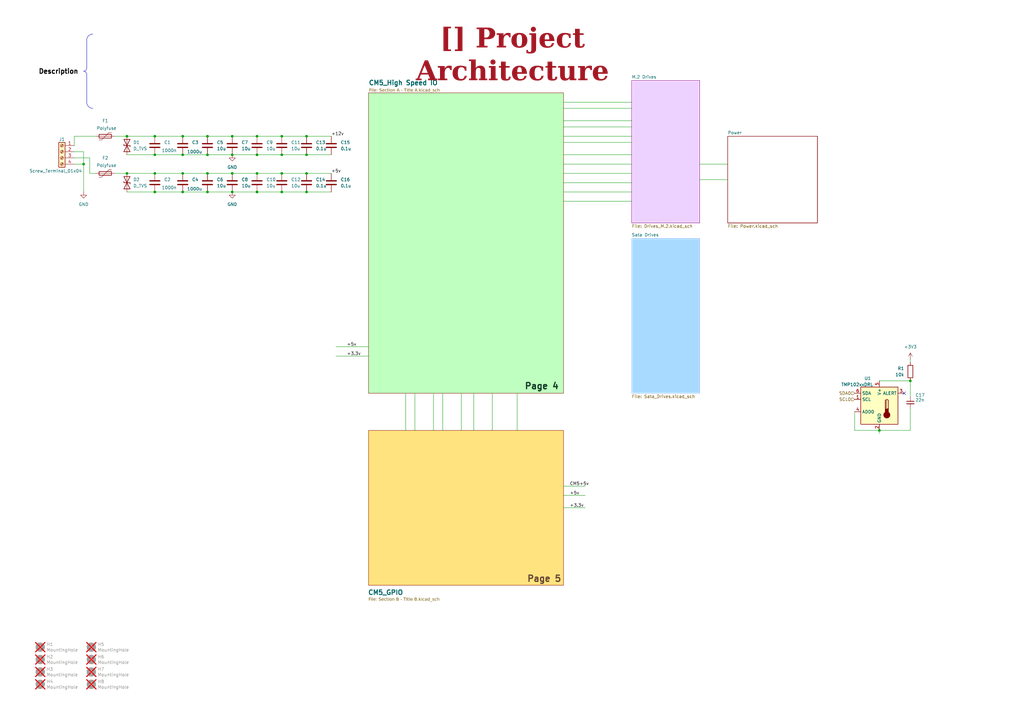
<source format=kicad_sch>
(kicad_sch (version 20250114) (generator "eeschema") (generator_version "9.0")
  (paper "A3")
  (title_block (title "Project Architecture") (date "Last Modified Date") (rev "${REVISION}") (company "${COMPANY}"))
  (lib_symbols
    (symbol "Connector:Screw_Terminal_01x04" (pin_names (offset 1.016) (hide yes))
      (property "Reference" "J" (at 0 5.08 0))
      (property "Value" "Screw_Terminal_01x04" (at 0 -7.62 0))
      (symbol "Screw_Terminal_01x04_1_1"
        (rectangle (start -1.27 3.81) (end 1.27 -6.35) (stroke (width 0.254)) (fill (type background)))
        (polyline (pts (xy -0.5334 2.8702) (xy 0.3302 2.032)) (stroke (width 0.1524)))
        (polyline (pts (xy -0.5334 0.3302) (xy 0.3302 -0.508)) (stroke (width 0.1524)))
        (polyline (pts (xy -0.5334 -2.2098) (xy 0.3302 -3.048)) (stroke (width 0.1524)))
        (polyline (pts (xy -0.5334 -4.7498) (xy 0.3302 -5.588)) (stroke (width 0.1524)))
        (polyline (pts (xy -0.3556 3.048) (xy 0.508 2.2098)) (stroke (width 0.1524)))
        (polyline (pts (xy -0.3556 0.508) (xy 0.508 -0.3302)) (stroke (width 0.1524)))
        (polyline (pts (xy -0.3556 -2.032) (xy 0.508 -2.8702)) (stroke (width 0.1524)))
        (polyline (pts (xy -0.3556 -4.572) (xy 0.508 -5.4102)) (stroke (width 0.1524)))
        (circle (center 0 2.54) (radius 0.635) (stroke (width 0.1524)))
        (circle (center 0 0) (radius 0.635) (stroke (width 0.1524)))
        (circle (center 0 -2.54) (radius 0.635) (stroke (width 0.1524)))
        (circle (center 0 -5.08) (radius 0.635) (stroke (width 0.1524)))
        (pin passive line (at -5.08 2.54 0) (length 3.81) (name "Pin_1") (number "1"))
        (pin passive line (at -5.08 0 0) (length 3.81) (name "Pin_2") (number "2"))
        (pin passive line (at -5.08 -2.54 0) (length 3.81) (name "Pin_3") (number "3"))
        (pin passive line (at -5.08 -5.08 0) (length 3.81) (name "Pin_4") (number "4"))
      )
    )
    (symbol "Device:C" (pin_numbers (hide yes)) (pin_names (offset 0.254))
      (property "Reference" "C" (at 0.635 2.54 0))
      (property "Value" "C" (at 0.635 -2.54 0))
      (symbol "C_0_1"
        (polyline (pts (xy -2.032 0.762) (xy 2.032 0.762)) (stroke (width 0.508)))
        (polyline (pts (xy -2.032 -0.762) (xy 2.032 -0.762)) (stroke (width 0.508)))
      )
      (symbol "C_1_1"
        (pin passive line (at 0 3.81 270) (length 2.794) (name "~") (number "1"))
        (pin passive line (at 0 -3.81 90) (length 2.794) (name "~") (number "2"))
      )
    )
    (symbol "Device:C_Small" (pin_numbers (hide yes)) (pin_names (offset 0.254) (hide yes))
      (property "Reference" "C" (at 0.254 1.778 0))
      (property "Value" "C_Small" (at 0.254 -2.032 0))
      (symbol "C_Small_0_1"
        (polyline (pts (xy -1.524 0.508) (xy 1.524 0.508)) (stroke (width 0.3048)))
        (polyline (pts (xy -1.524 -0.508) (xy 1.524 -0.508)) (stroke (width 0.3302)))
      )
      (symbol "C_Small_1_1"
        (pin passive line (at 0 2.54 270) (length 2.032) (name "~") (number "1"))
        (pin passive line (at 0 -2.54 90) (length 2.032) (name "~") (number "2"))
      )
    )
    (symbol "Device:D_TVS" (pin_numbers (hide yes)) (pin_names (offset 1.016) (hide yes))
      (property "Reference" "D" (at 0 2.54 0))
      (property "Value" "D_TVS" (at 0 -2.54 0))
      (symbol "D_TVS_0_1"
        (polyline (pts (xy -2.54 1.27) (xy -2.54 -1.27) (xy 2.54 1.27) (xy 2.54 -1.27) (xy -2.54 1.27)) (stroke (width 0.254)))
        (polyline (pts (xy 0.508 1.27) (xy 0 1.27) (xy 0 -1.27) (xy -0.508 -1.27)) (stroke (width 0.254)))
        (polyline (pts (xy 1.27 0) (xy -1.27 0)))
      )
      (symbol "D_TVS_1_1"
        (pin passive line (at -3.81 0 0) (length 2.54) (name "A1") (number "1"))
        (pin passive line (at 3.81 0 180) (length 2.54) (name "A2") (number "2"))
      )
    )
    (symbol "Device:Polyfuse" (pin_numbers (hide yes)) (pin_names (offset 0))
      (property "Reference" "F" (at -2.54 0 90))
      (property "Value" "Polyfuse" (at 2.54 0 90))
      (symbol "Polyfuse_0_1"
        (polyline (pts (xy -1.524 2.54) (xy -1.524 1.524) (xy 1.524 -1.524) (xy 1.524 -2.54)))
        (rectangle (start -0.762 2.54) (end 0.762 -2.54) (stroke (width 0.254)))
        (polyline (pts (xy 0 2.54) (xy 0 -2.54)))
      )
      (symbol "Polyfuse_1_1"
        (pin passive line (at 0 3.81 270) (length 1.27) (name "~") (number "1"))
        (pin passive line (at 0 -3.81 90) (length 1.27) (name "~") (number "2"))
      )
    )
    (symbol "Device:R" (pin_numbers (hide yes)) (pin_names (offset 0))
      (property "Reference" "R" (at 2.032 0 90))
      (property "Value" "R" (at 0 0 90))
      (symbol "R_0_1"
        (rectangle (start -1.016 -2.54) (end 1.016 2.54) (stroke (width 0.254)))
      )
      (symbol "R_1_1"
        (pin passive line (at 0 3.81 270) (length 1.27) (name "~") (number "1"))
        (pin passive line (at 0 -3.81 90) (length 1.27) (name "~") (number "2"))
      )
    )
    (symbol "Mechanical:MountingHole" (pin_names (offset 1.016))
      (property "Reference" "H" (at 0 5.08 0))
      (property "Value" "MountingHole" (at 0 3.175 0))
      (symbol "MountingHole_0_1"
        (circle (center 0 0) (radius 1.27) (stroke (width 1.27)))
      )
    )
    (symbol "Sensor_Temperature:TMP102xxDRL"
      (property "Reference" "U" (at -2.54 10.795 0))
      (property "Value" "TMP102xxDRL" (at -2.54 8.89 0))
      (symbol "TMP102xxDRL_0_1"
        (rectangle (start -7.62 7.62) (end 7.62 -7.62) (stroke (width 0.254)) (fill (type background)))
      )
      (symbol "TMP102xxDRL_1_1"
        (polyline (pts (xy 2.413 1.905) (xy 2.413 -1.27)) (stroke (width 0.254)))
        (polyline (pts (xy 2.413 1.905) (xy 3.048 1.905)) (stroke (width 0.254)))
        (polyline (pts (xy 2.413 1.27) (xy 3.048 1.27)) (stroke (width 0.254)))
        (polyline (pts (xy 2.413 0.635) (xy 3.048 0.635)) (stroke (width 0.254)))
        (polyline (pts (xy 2.413 0) (xy 3.048 0)) (stroke (width 0.254)))
        (polyline (pts (xy 2.413 -0.635) (xy 3.048 -0.635)) (stroke (width 0.254)))
        (arc (start 2.413 1.905) (mid 3.048 2.5373) (end 3.683 1.905) (stroke (width 0.254)))
        (circle (center 3.048 -3.81) (radius 1.27) (stroke (width 0.254)) (fill (type outline)))
        (polyline (pts (xy 3.683 1.905) (xy 3.683 -1.27)) (stroke (width 0.254)))
        (rectangle (start 3.683 -3.175) (end 2.413 -1.27) (stroke (width 0.254)) (fill (type outline)))
        (pin bidirectional line (at -10.16 5.08 0) (length 2.54) (name "SDA") (number "6"))
        (pin input line (at -10.16 2.54 0) (length 2.54) (name "SCL") (number "1"))
        (pin input line (at -10.16 -2.54 0) (length 2.54) (name "ADD0") (number "4"))
        (pin power_in line (at 0 10.16 270) (length 2.54) (name "V+") (number "5"))
        (pin power_in line (at 0 -10.16 90) (length 2.54) (name "GND") (number "2"))
        (pin open_collector line (at 10.16 5.08 180) (length 2.54) (name "ALERT") (number "3"))
      )
    )
    (symbol "power:+3V3" (power) (pin_numbers (hide yes)) (pin_names (offset 0) (hide yes))
      (property "Value" "+3V3" (at 0 3.556 0))
      (symbol "+3V3_0_1"
        (polyline (pts (xy -0.762 1.27) (xy 0 2.54)))
        (polyline (pts (xy 0 2.54) (xy 0.762 1.27)))
        (polyline (pts (xy 0 0) (xy 0 2.54)))
      )
      (symbol "+3V3_1_1"
        (pin power_in line (at 0 0 90) (length 0) (name "~") (number "1"))
      )
    )
    (symbol "power:GND" (power) (pin_numbers (hide yes)) (pin_names (offset 0) (hide yes))
      (property "Value" "GND" (at 0 -3.81 0))
      (symbol "GND_0_1"
        (polyline (pts (xy 0 0) (xy 0 -1.27) (xy 1.27 -1.27) (xy 0 -2.54) (xy -1.27 -1.27) (xy 0 -1.27)))
      )
      (symbol "GND_1_1"
        (pin power_in line (at 0 0 270) (length 0) (name "~") (number "1"))
      )
    )
  )
  (arc (start 35.56 27.94) (mid 35.1851 28.8351) (end 34.29 29.21))
  (arc (start 34.29 29.21) (mid 35.1851 29.5849) (end 35.56 30.48))
  (arc (start 35.56 16.51) (mid 36.3039 14.7139) (end 38.1 13.97))
  (arc (start 38.1 44.45) (mid 36.3098 43.7002) (end 35.56 41.91))
  (text "Page 4" (at 229.362 160.02 0) (effects (font (size 2.54 2.54) (bold yes)) (justify right bottom)))
  (text "Page 5" (at 230.378 239.014 0) (effects (font (size 2.54 2.54) (bold yes)) (justify right bottom)))
  (text_box "Description" (at 16.51 26.67 0) (size 17.145 5.08) (margins 1.4287 1.4287 1.4287 1.4287) (stroke (width -0.0001)) (effects (font (size 1.905 1.905) (thickness 0.381) (bold yes)) (justify right top)))
  (text_box "[${#}] ${TITLE}" (at 144.78 16.51 0) (size 130.81 12.7) (margins 5.9999 5.9999 5.9999 5.9999) (stroke (width -0.0001)) (effects (font (size 8 8) (thickness 1.2) (bold yes))))
  (junction (at 95.25 71.12))
  (junction (at 125.73 55.88))
  (junction (at 115.57 63.5))
  (junction (at 105.41 78.74))
  (junction (at 115.57 71.12))
  (junction (at 85.09 63.5))
  (junction (at 52.07 71.12))
  (junction (at 105.41 71.12))
  (junction (at 85.09 71.12))
  (junction (at 63.5 78.74))
  (junction (at 115.57 55.88))
  (junction (at 34.29 67.31))
  (junction (at 74.93 71.12))
  (junction (at 95.25 55.88))
  (junction (at 63.5 63.5))
  (junction (at 95.25 78.74))
  (junction (at 85.09 78.74))
  (junction (at 63.5 71.12))
  (junction (at 115.57 78.74))
  (junction (at 125.73 71.12))
  (junction (at 63.5 55.88))
  (junction (at 373.38 156.21))
  (junction (at 74.93 78.74))
  (junction (at 52.07 55.88))
  (junction (at 105.41 55.88))
  (junction (at 125.73 63.5))
  (junction (at 360.68 176.53))
  (junction (at 95.25 63.5))
  (junction (at 105.41 63.5))
  (junction (at 74.93 63.5))
  (junction (at 125.73 78.74))
  (junction (at 85.09 55.88))
  (junction (at 74.93 55.88))
  (no_connect (at 370.84 161.29))
  (wire (pts (xy 52.07 63.5) (xy 63.5 63.5)))
  (wire (pts (xy 125.73 71.12) (xy 115.57 71.12)))
  (wire (pts (xy 360.68 177.8) (xy 360.68 176.53)))
  (wire (pts (xy 231.14 78.74) (xy 259.08 78.74)))
  (wire (pts (xy 125.73 63.5) (xy 135.89 63.5)))
  (wire (pts (xy 189.23 161.29) (xy 189.23 176.53)))
  (polyline (pts (xy 35.56 30.48) (xy 35.56 41.91)))
  (wire (pts (xy 46.99 71.12) (xy 52.07 71.12)))
  (wire (pts (xy 287.02 73.66) (xy 298.45 73.66)))
  (wire (pts (xy 85.09 63.5) (xy 95.25 63.5)))
  (wire (pts (xy 85.09 63.5) (xy 74.93 63.5)))
  (wire (pts (xy 231.14 67.31) (xy 259.08 67.31)))
  (wire (pts (xy 137.795 146.05) (xy 151.13 146.05)))
  (polyline (pts (xy 35.56 27.94) (xy 35.56 16.51)))
  (wire (pts (xy 360.68 156.21) (xy 373.38 156.21)))
  (wire (pts (xy 231.14 71.12) (xy 259.08 71.12)))
  (wire (pts (xy 52.07 71.12) (xy 63.5 71.12)))
  (wire (pts (xy 373.38 162.56) (xy 373.38 156.21)))
  (wire (pts (xy 125.73 55.88) (xy 135.89 55.88)))
  (wire (pts (xy 231.14 41.91) (xy 259.08 41.91)))
  (wire (pts (xy 231.14 49.53) (xy 259.08 49.53)))
  (wire (pts (xy 287.02 67.31) (xy 298.45 67.31)))
  (wire (pts (xy 177.8 161.29) (xy 177.8 176.53)))
  (wire (pts (xy 105.41 71.12) (xy 95.25 71.12)))
  (wire (pts (xy 231.14 203.2) (xy 240.03 203.2)))
  (wire (pts (xy 85.09 55.88) (xy 74.93 55.88)))
  (wire (pts (xy 137.795 142.24) (xy 151.13 142.24)))
  (wire (pts (xy 373.38 147.32) (xy 373.38 148.59)))
  (wire (pts (xy 105.41 78.74) (xy 115.57 78.74)))
  (wire (pts (xy 125.73 55.88) (xy 115.57 55.88)))
  (wire (pts (xy 30.48 59.69) (xy 30.48 55.88)))
  (wire (pts (xy 373.38 176.53) (xy 360.68 176.53)))
  (wire (pts (xy 95.25 55.88) (xy 85.09 55.88)))
  (wire (pts (xy 74.93 78.74) (xy 63.5 78.74)))
  (wire (pts (xy 194.31 161.29) (xy 194.31 176.53)))
  (wire (pts (xy 231.14 44.45) (xy 259.08 44.45)))
  (wire (pts (xy 85.09 71.12) (xy 74.93 71.12)))
  (wire (pts (xy 231.14 55.88) (xy 259.08 55.88)))
  (wire (pts (xy 85.09 78.74) (xy 74.93 78.74)))
  (wire (pts (xy 46.99 55.88) (xy 52.07 55.88)))
  (wire (pts (xy 30.48 64.77) (xy 36.83 64.77)))
  (wire (pts (xy 115.57 63.5) (xy 125.73 63.5)))
  (wire (pts (xy 63.5 71.12) (xy 74.93 71.12)))
  (wire (pts (xy 135.89 71.12) (xy 125.73 71.12)))
  (wire (pts (xy 34.29 62.23) (xy 34.29 67.31)))
  (wire (pts (xy 212.09 161.29) (xy 212.09 176.53)))
  (wire (pts (xy 115.57 78.74) (xy 125.73 78.74)))
  (wire (pts (xy 231.14 208.28) (xy 240.03 208.28)))
  (wire (pts (xy 30.48 55.88) (xy 39.37 55.88)))
  (wire (pts (xy 52.07 55.88) (xy 63.5 55.88)))
  (wire (pts (xy 95.25 63.5) (xy 105.41 63.5)))
  (wire (pts (xy 34.29 67.31) (xy 34.29 78.74)))
  (wire (pts (xy 181.61 161.29) (xy 181.61 176.53)))
  (wire (pts (xy 231.14 52.07) (xy 259.08 52.07)))
  (wire (pts (xy 231.14 74.93) (xy 259.08 74.93)))
  (wire (pts (xy 30.48 62.23) (xy 34.29 62.23)))
  (wire (pts (xy 95.25 71.12) (xy 85.09 71.12)))
  (wire (pts (xy 231.14 58.42) (xy 259.08 58.42)))
  (wire (pts (xy 350.52 176.53) (xy 360.68 176.53)))
  (wire (pts (xy 166.37 161.29) (xy 166.37 176.53)))
  (wire (pts (xy 350.52 168.91) (xy 350.52 176.53)))
  (wire (pts (xy 36.83 64.77) (xy 36.83 71.12)))
  (wire (pts (xy 231.14 199.39) (xy 240.03 199.39)))
  (wire (pts (xy 63.5 55.88) (xy 74.93 55.88)))
  (wire (pts (xy 231.14 82.55) (xy 259.08 82.55)))
  (wire (pts (xy 170.18 161.29) (xy 170.18 176.53)))
  (wire (pts (xy 373.38 167.64) (xy 373.38 176.53)))
  (wire (pts (xy 105.41 63.5) (xy 115.57 63.5)))
  (wire (pts (xy 74.93 63.5) (xy 63.5 63.5)))
  (wire (pts (xy 105.41 55.88) (xy 95.25 55.88)))
  (wire (pts (xy 52.07 78.74) (xy 63.5 78.74)))
  (wire (pts (xy 231.14 63.5) (xy 259.08 63.5)))
  (wire (pts (xy 125.73 78.74) (xy 135.89 78.74)))
  (wire (pts (xy 115.57 71.12) (xy 105.41 71.12)))
  (wire (pts (xy 30.48 67.31) (xy 34.29 67.31)))
  (wire (pts (xy 36.83 71.12) (xy 39.37 71.12)))
  (wire (pts (xy 201.93 161.29) (xy 201.93 176.53)))
  (wire (pts (xy 115.57 55.88) (xy 105.41 55.88)))
  (wire (pts (xy 85.09 78.74) (xy 95.25 78.74)))
  (wire (pts (xy 95.25 78.74) (xy 105.41 78.74)))
  (label "CM5+5v" (at 233.68 199.39 0))
  (label "+5v" (at 142.24 142.24 0))
  (label "+3.3v" (at 233.68 208.28 0))
  (label "+5v" (at 233.68 203.2 0))
  (label "+5v" (at 135.89 71.12 0))
  (label "+12v" (at 135.89 55.88 0))
  (label "+3.3v" (at 142.24 146.05 0))
  (hierarchical_label "SDA0" (shape input) (at 350.52 161.29 180))
  (hierarchical_label "SCL0" (shape input) (at 350.52 163.83 180))
  (symbol (lib_id "Mechanical:MountingHole") (at 16.51 280.67 0) (unit 1) (exclude_from_sim yes) (in_bom no) (dnp yes)
    (property "Reference" "H4" (at 19.05 279.527 0) (effects (justify left)))
    (property "Value" "MountingHole" (at 19.05 281.813 0) (effects (justify left)))
    (property "Footprint" "CM5IO:MountingHole_2.7mm_M2.5_DIN965" (effects (hide yes)))
    (property "Field4" "nf" (effects (hide yes)))
    (property "Field5" "nf" (effects (hide yes)))
    (property "Field6" "nf" (effects (hide yes)))
    (property "Field7" "nf" (effects (hide yes)))
    (property "Part Description" "M2.5 mounting hole" (effects (hide yes)))
  )
  (symbol (lib_id "Mechanical:MountingHole") (at 16.51 275.59 0) (unit 1) (exclude_from_sim yes) (in_bom no) (dnp yes)
    (property "Reference" "H3" (at 19.05 274.447 0) (effects (justify left)))
    (property "Value" "MountingHole" (at 19.05 276.733 0) (effects (justify left)))
    (property "Footprint" "CM5IO:MountingHole_2.7mm_M2.5_DIN965" (effects (hide yes)))
    (property "Field4" "nf" (effects (hide yes)))
    (property "Field5" "nf" (effects (hide yes)))
    (property "Field6" "nf" (effects (hide yes)))
    (property "Field7" "nf" (effects (hide yes)))
    (property "Part Description" "M2.5 mounting hole" (effects (hide yes)))
  )
  (symbol (lib_id "Mechanical:MountingHole") (at 16.51 270.51 0) (unit 1) (exclude_from_sim yes) (in_bom no) (dnp yes)
    (property "Reference" "H2" (at 19.05 269.367 0) (effects (justify left)))
    (property "Value" "MountingHole" (at 19.05 271.653 0) (effects (justify left)))
    (property "Footprint" "CM5IO:MountingHole_2.7mm_M2.5_DIN965" (effects (hide yes)))
    (property "Field4" "nf" (effects (hide yes)))
    (property "Field5" "nf" (effects (hide yes)))
    (property "Field6" "nf" (effects (hide yes)))
    (property "Field7" "nf" (effects (hide yes)))
    (property "Part Description" "M2.5 mounting hole" (effects (hide yes)))
  )
  (symbol (lib_id "Mechanical:MountingHole") (at 16.51 265.43 0) (unit 1) (exclude_from_sim yes) (in_bom no) (dnp yes)
    (property "Reference" "H1" (at 19.05 264.287 0) (effects (justify left)))
    (property "Value" "MountingHole" (at 19.05 266.573 0) (effects (justify left)))
    (property "Footprint" "CM5IO:MountingHole_2.7mm_M2.5_DIN965" (effects (hide yes)))
    (property "Field4" "nf" (effects (hide yes)))
    (property "Field5" "nf" (effects (hide yes)))
    (property "Field6" "nf" (effects (hide yes)))
    (property "Field7" "nf" (effects (hide yes)))
    (property "Part Description" "M2.5 mounting hole" (effects (hide yes)))
  )
  (symbol (lib_id "Mechanical:MountingHole") (at 37.465 265.43 0) (unit 1) (exclude_from_sim yes) (in_bom no) (dnp yes)
    (property "Reference" "H5" (at 40.005 264.287 0) (effects (justify left)))
    (property "Value" "MountingHole" (at 40.005 266.573 0) (effects (justify left)))
    (property "Footprint" "CM5IO:MountingHole_2.7mm_M2.5_DIN965" (effects (hide yes)))
    (property "Field4" "nf" (effects (hide yes)))
    (property "Field5" "nf" (effects (hide yes)))
    (property "Field6" "nf" (effects (hide yes)))
    (property "Field7" "nf" (effects (hide yes)))
    (property "Part Description" "M2.5 mounting hole" (effects (hide yes)))
  )
  (symbol (lib_id "Mechanical:MountingHole") (at 37.465 280.67 0) (unit 1) (exclude_from_sim yes) (in_bom no) (dnp yes)
    (property "Reference" "H8" (at 40.005 279.527 0) (effects (justify left)))
    (property "Value" "MountingHole" (at 40.005 281.813 0) (effects (justify left)))
    (property "Footprint" "CM5IO:MountingHole_2.7mm_M2.5_DIN965" (effects (hide yes)))
    (property "Field4" "nf" (effects (hide yes)))
    (property "Field5" "nf" (effects (hide yes)))
    (property "Field6" "nf" (effects (hide yes)))
    (property "Field7" "nf" (effects (hide yes)))
    (property "Part Description" "M2.5 mounting hole" (effects (hide yes)))
  )
  (symbol (lib_id "Mechanical:MountingHole") (at 37.465 275.59 0) (unit 1) (exclude_from_sim yes) (in_bom no) (dnp yes)
    (property "Reference" "H7" (at 40.005 274.447 0) (effects (justify left)))
    (property "Value" "MountingHole" (at 40.005 276.733 0) (effects (justify left)))
    (property "Footprint" "CM5IO:MountingHole_2.7mm_M2.5_DIN965" (effects (hide yes)))
    (property "Field4" "nf" (effects (hide yes)))
    (property "Field5" "nf" (effects (hide yes)))
    (property "Field6" "nf" (effects (hide yes)))
    (property "Field7" "nf" (effects (hide yes)))
    (property "Part Description" "M2.5 mounting hole" (effects (hide yes)))
  )
  (symbol (lib_id "Mechanical:MountingHole") (at 37.465 270.51 0) (unit 1) (exclude_from_sim yes) (in_bom no) (dnp yes)
    (property "Reference" "H6" (at 40.005 269.367 0) (effects (justify left)))
    (property "Value" "MountingHole" (at 40.005 271.653 0) (effects (justify left)))
    (property "Footprint" "CM5IO:MountingHole_2.7mm_M2.5_DIN965" (effects (hide yes)))
    (property "Field4" "nf" (effects (hide yes)))
    (property "Field5" "nf" (effects (hide yes)))
    (property "Field6" "nf" (effects (hide yes)))
    (property "Field7" "nf" (effects (hide yes)))
    (property "Part Description" "M2.5 mounting hole" (effects (hide yes)))
  )
  (symbol (lib_id "Device:C") (at 135.89 59.69 0) (unit 1)
    (property "Reference" "C15" (at 139.7 58.4199 0) (effects (justify left)))
    (property "Value" "0.1u" (at 139.7 60.9599 0) (effects (justify left)))
    (property "Description" "Unpolarized capacitor" (effects (hide yes)))
  )
  (symbol (lib_id "Device:C") (at 63.5 59.69 0) (unit 1)
    (property "Reference" "C1" (at 67.31 58.4199 0) (effects (justify left)))
    (property "Value" "1000n" (at 66.294 61.722 0) (effects (justify left)))
    (property "Description" "Unpolarized capacitor" (effects (hide yes)))
  )
  (symbol (lib_id "Device:C") (at 125.73 74.93 0) (unit 1)
    (property "Reference" "C14" (at 129.54 73.6599 0) (effects (justify left)))
    (property "Value" "0.1u" (at 129.54 76.1999 0) (effects (justify left)))
    (property "Description" "Unpolarized capacitor" (effects (hide yes)))
  )
  (symbol (lib_id "power:GND") (at 95.25 63.5 0) (unit 1)
    (property "Reference" "#PWR02" (effects (hide yes)))
    (property "Value" "GND" (at 95.25 68.58 0))
    (property "Description" "Power symbol creates a global label with name \"GND\" , ground" (effects (hide yes)))
  )
  (symbol (lib_id "Device:C") (at 85.09 59.69 0) (unit 1)
    (property "Reference" "C5" (at 88.9 58.4199 0) (effects (justify left)))
    (property "Value" "10u" (at 88.9 60.9599 0) (effects (justify left)))
    (property "Description" "Unpolarized capacitor" (effects (hide yes)))
  )
  (symbol (lib_id "Device:C") (at 135.89 74.93 0) (unit 1)
    (property "Reference" "C16" (at 139.7 73.6599 0) (effects (justify left)))
    (property "Value" "0.1u" (at 139.7 76.1999 0) (effects (justify left)))
    (property "Description" "Unpolarized capacitor" (effects (hide yes)))
  )
  (symbol (lib_id "Device:C") (at 85.09 74.93 0) (unit 1)
    (property "Reference" "C6" (at 88.9 73.6599 0) (effects (justify left)))
    (property "Value" "10u" (at 88.9 76.1999 0) (effects (justify left)))
    (property "Description" "Unpolarized capacitor" (effects (hide yes)))
  )
  (symbol (lib_id "power:GND") (at 95.25 78.74 0) (unit 1)
    (property "Reference" "#PWR03" (effects (hide yes)))
    (property "Value" "GND" (at 95.25 83.82 0))
    (property "Description" "Power symbol creates a global label with name \"GND\" , ground" (effects (hide yes)))
  )
  (symbol (lib_id "Device:R") (at 373.38 152.4 0) (mirror y) (unit 1)
    (property "Reference" "R1" (at 370.84 151.1299 0) (effects (justify left)))
    (property "Value" "10k" (at 370.84 153.6699 0) (effects (justify left)))
    (property "Description" "Resistor" (effects (hide yes)))
  )
  (symbol (lib_id "Device:C") (at 105.41 59.69 0) (unit 1)
    (property "Reference" "C9" (at 109.22 58.4199 0) (effects (justify left)))
    (property "Value" "10u" (at 109.22 60.9599 0) (effects (justify left)))
    (property "Description" "Unpolarized capacitor" (effects (hide yes)))
  )
  (symbol (lib_id "power:+3V3") (at 373.38 147.32 0) (unit 1)
    (property "Reference" "#PWR04" (effects (hide yes)))
    (property "Value" "+3V3" (at 373.38 142.24 0))
    (property "Description" "Power symbol creates a global label with name \"+3V3\"" (effects (hide yes)))
  )
  (symbol (lib_id "Device:C") (at 63.5 74.93 0) (unit 1)
    (property "Reference" "C2" (at 67.31 73.6599 0) (effects (justify left)))
    (property "Value" "1000n" (at 66.294 76.962 0) (effects (justify left)))
    (property "Description" "Unpolarized capacitor" (effects (hide yes)))
  )
  (symbol (lib_id "Device:C") (at 115.57 74.93 0) (unit 1)
    (property "Reference" "C12" (at 119.38 73.6599 0) (effects (justify left)))
    (property "Value" "10u" (at 119.38 76.1999 0) (effects (justify left)))
    (property "Description" "Unpolarized capacitor" (effects (hide yes)))
  )
  (symbol (lib_id "Device:C") (at 95.25 59.69 0) (unit 1)
    (property "Reference" "C7" (at 99.06 58.4199 0) (effects (justify left)))
    (property "Value" "10u" (at 99.06 60.9599 0) (effects (justify left)))
    (property "Description" "Unpolarized capacitor" (effects (hide yes)))
  )
  (symbol (lib_id "Device:C") (at 115.57 59.69 0) (unit 1)
    (property "Reference" "C11" (at 119.38 58.4199 0) (effects (justify left)))
    (property "Value" "10u" (at 119.38 60.9599 0) (effects (justify left)))
    (property "Description" "Unpolarized capacitor" (effects (hide yes)))
  )
  (symbol (lib_id "Device:C") (at 95.25 74.93 0) (unit 1)
    (property "Reference" "C8" (at 99.06 73.6599 0) (effects (justify left)))
    (property "Value" "10u" (at 99.06 76.1999 0) (effects (justify left)))
    (property "Description" "Unpolarized capacitor" (effects (hide yes)))
  )
  (symbol (lib_id "power:GND") (at 34.29 78.74 0) (unit 1)
    (property "Reference" "#PWR01" (effects (hide yes)))
    (property "Value" "GND" (at 34.29 83.82 0))
    (property "Description" "Power symbol creates a global label with name \"GND\" , ground" (effects (hide yes)))
  )
  (symbol (lib_id "Device:D_TVS") (at 52.07 59.69 90) (unit 1)
    (property "Reference" "D1" (at 54.61 58.4199 90) (effects (justify right)))
    (property "Value" "D_TVS" (at 54.61 60.9599 90) (effects (justify right)))
    (property "Description" "Bidirectional transient-voltage-suppression diode" (effects (hide yes)))
  )
  (symbol (lib_id "Device:C_Small") (at 373.38 165.1 0) (unit 1)
    (property "Reference" "C17" (at 375.412 162.052 0) (effects (justify left)))
    (property "Value" "22n" (at 375.412 164.084 0) (effects (justify left)))
    (property "Description" "Unpolarized capacitor, small symbol" (effects (hide yes)))
  )
  (symbol (lib_id "Device:C") (at 105.41 74.93 0) (unit 1)
    (property "Reference" "C10" (at 109.22 73.6599 0) (effects (justify left)))
    (property "Value" "10u" (at 109.22 76.1999 0) (effects (justify left)))
    (property "Description" "Unpolarized capacitor" (effects (hide yes)))
  )
  (symbol (lib_id "Device:C") (at 74.93 59.69 0) (unit 1)
    (property "Reference" "C3" (at 78.74 58.4199 0) (effects (justify left)))
    (property "Value" "1000u" (at 76.708 62.23 0) (effects (justify left)))
    (property "Description" "Unpolarized capacitor" (effects (hide yes)))
  )
  (symbol (lib_id "Sensor_Temperature:TMP102xxDRL") (at 360.68 166.37 0) (unit 1)
    (property "Reference" "U1" (at 355.854 155.194 0))
    (property "Value" "TMP102xxDRL" (at 351.536 157.734 0))
    (property "Footprint" "Package_TO_SOT_SMD:SOT-563" (effects (hide yes)))
    (property "Datasheet" "https://www.ti.com/lit/ds/symlink/tmp102.pdf" (effects (hide yes)))
    (property "Description" "Digital Temperature Sensor, ±3°C, low-Power, SMBus, 12 bit, Two-Wire Serial Interface, SOT-563" (effects (hide yes)))
  )
  (symbol (lib_id "Device:C") (at 125.73 59.69 0) (unit 1)
    (property "Reference" "C13" (at 129.54 58.4199 0) (effects (justify left)))
    (property "Value" "0.1u" (at 129.54 60.9599 0) (effects (justify left)))
    (property "Description" "Unpolarized capacitor" (effects (hide yes)))
  )
  (symbol (lib_id "Connector:Screw_Terminal_01x04") (at 25.4 62.23 0) (mirror y) (unit 1)
    (property "Reference" "J1" (at 25.4 57.15 0))
    (property "Value" "Screw_Terminal_01x04" (at 22.86 70.104 0))
    (property "Description" "Generic screw terminal, single row, 01x04, script generated (kicad-library-utils/schlib/autogen/connector/)" (effects (hide yes)))
  )
  (symbol (lib_id "Device:Polyfuse") (at 43.18 55.88 90) (unit 1)
    (property "Reference" "F1" (at 43.18 49.53 90))
    (property "Value" "Polyfuse" (at 43.688 52.578 90))
    (property "Description" "Resettable fuse, polymeric positive temperature coefficient" (effects (hide yes)))
  )
  (symbol (lib_id "Device:D_TVS") (at 52.07 74.93 90) (unit 1)
    (property "Reference" "D2" (at 54.61 73.6599 90) (effects (justify right)))
    (property "Value" "D_TVS" (at 54.61 76.1999 90) (effects (justify right)))
    (property "Description" "Bidirectional transient-voltage-suppression diode" (effects (hide yes)))
  )
  (symbol (lib_id "Device:Polyfuse") (at 43.18 71.12 90) (unit 1)
    (property "Reference" "F2" (at 43.18 64.77 90))
    (property "Value" "Polyfuse" (at 43.688 67.818 90))
    (property "Description" "Resettable fuse, polymeric positive temperature coefficient" (effects (hide yes)))
  )
  (symbol (lib_id "Device:C") (at 74.93 74.93 0) (unit 1)
    (property "Reference" "C4" (at 78.74 73.6599 0) (effects (justify left)))
    (property "Value" "1000u" (at 76.708 77.47 0) (effects (justify left)))
    (property "Description" "Unpolarized capacitor" (effects (hide yes)))
  )
  (sheet (at 259.08 33.02) (size 27.94 58.42) (stroke (width 0.152) (color 132 0 132 1)) (fill (color 237 210 255 1.0000))
    (property "Sheetname" "M.2 Drives" (at 259.08 32.3086 0) (effects (justify left bottom)))
    (property "Sheetfile" "Drives_M.2.kicad_sch" (at 259.08 92.0244 0) (effects (justify left top)))
  )
  (sheet (at 298.45 55.88) (size 36.83 35.56) (stroke (width 0.1524))
    (property "Sheetname" "Power" (at 298.45 55.1684 0) (effects (justify left bottom)))
    (property "Sheetfile" "Power.kicad_sch" (at 298.45 92.0246 0) (effects (justify left top)))
  )
  (sheet (at 151.13 38.1) (size 80.01 123.19) (stroke (width 0.1524)) (fill (color 128 255 128 0.5000))
    (property "Sheetname" "CM5_High Speed IO" (at 151.13 35.052 0) (effects (font (size 1.905 1.905) (bold yes)) (justify left bottom)))
    (property "Sheetfile" "Section A - Title A.kicad_sch" (at 151.384 36.322 0) (effects (justify left top)))
  )
  (sheet (at 259.08 97.79) (size 27.94 63.5) (stroke (width 0.1524) (color 177 187 255 1)) (fill (color 168 218 255 1.0000))
    (property "Sheetname" "Sata Drives" (at 259.08 97.0784 0) (effects (justify left bottom)))
    (property "Sheetfile" "Sata_Drives.kicad_sch" (at 259.08 161.8746 0) (effects (justify left top)))
  )
  (sheet (at 151.13 176.53) (size 80.01 63.5) (stroke (width 0.1524)) (fill (color 255 200 0 0.5020))
    (property "Sheetname" "CM5_GPIO" (at 150.876 244.094 0) (effects (font (size 1.905 1.905) (bold yes)) (justify left bottom)))
    (property "Sheetfile" "Section B - TItle B.kicad_sch" (at 151.13 245.11 0) (effects (justify left top)))
  )
)
</source>
